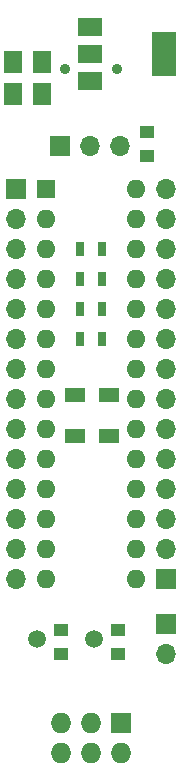
<source format=gbr>
G04 #@! TF.FileFunction,Soldermask,Bot*
%FSLAX46Y46*%
G04 Gerber Fmt 4.6, Leading zero omitted, Abs format (unit mm)*
G04 Created by KiCad (PCBNEW 4.0.2+e4-6225~38~ubuntu15.10.1-stable) date Wed 09 Aug 2017 03:20:26 AM EEST*
%MOMM*%
G01*
G04 APERTURE LIST*
%ADD10C,0.100000*%
%ADD11R,1.727200X1.727200*%
%ADD12O,1.727200X1.727200*%
%ADD13R,1.600000X1.600000*%
%ADD14O,1.600000X1.600000*%
%ADD15R,2.000000X3.800000*%
%ADD16R,2.000000X1.500000*%
%ADD17C,1.500000*%
%ADD18R,1.700000X1.700000*%
%ADD19O,1.700000X1.700000*%
%ADD20C,0.900000*%
%ADD21R,1.250000X1.000000*%
%ADD22R,1.500000X1.950000*%
%ADD23R,1.700000X1.300000*%
%ADD24R,0.700000X1.300000*%
G04 APERTURE END LIST*
D10*
D11*
X78740000Y-116332000D03*
D12*
X78740000Y-118872000D03*
X76200000Y-116332000D03*
X76200000Y-118872000D03*
X73660000Y-116332000D03*
X73660000Y-118872000D03*
D13*
X72390000Y-71120000D03*
D14*
X80010000Y-104140000D03*
X72390000Y-73660000D03*
X80010000Y-101600000D03*
X72390000Y-76200000D03*
X80010000Y-99060000D03*
X72390000Y-78740000D03*
X80010000Y-96520000D03*
X72390000Y-81280000D03*
X80010000Y-93980000D03*
X72390000Y-83820000D03*
X80010000Y-91440000D03*
X72390000Y-86360000D03*
X80010000Y-88900000D03*
X72390000Y-88900000D03*
X80010000Y-86360000D03*
X72390000Y-91440000D03*
X80010000Y-83820000D03*
X72390000Y-93980000D03*
X80010000Y-81280000D03*
X72390000Y-96520000D03*
X80010000Y-78740000D03*
X72390000Y-99060000D03*
X80010000Y-76200000D03*
X72390000Y-101600000D03*
X80010000Y-73660000D03*
X72390000Y-104140000D03*
X80010000Y-71120000D03*
D15*
X82398000Y-59690000D03*
D16*
X76098000Y-59690000D03*
X76098000Y-57390000D03*
X76098000Y-61990000D03*
D17*
X76454000Y-109220000D03*
X71574000Y-109220000D03*
D18*
X73533000Y-67437000D03*
D19*
X76073000Y-67437000D03*
X78613000Y-67437000D03*
D18*
X82550000Y-107950000D03*
D19*
X82550000Y-110490000D03*
D18*
X69850000Y-71120000D03*
D19*
X69850000Y-73660000D03*
X69850000Y-76200000D03*
X69850000Y-78740000D03*
X69850000Y-81280000D03*
X69850000Y-83820000D03*
X69850000Y-86360000D03*
X69850000Y-88900000D03*
X69850000Y-91440000D03*
X69850000Y-93980000D03*
X69850000Y-96520000D03*
X69850000Y-99060000D03*
X69850000Y-101600000D03*
X69850000Y-104140000D03*
D18*
X82550000Y-104140000D03*
D19*
X82550000Y-101600000D03*
X82550000Y-99060000D03*
X82550000Y-96520000D03*
X82550000Y-93980000D03*
X82550000Y-91440000D03*
X82550000Y-88900000D03*
X82550000Y-86360000D03*
X82550000Y-83820000D03*
X82550000Y-81280000D03*
X82550000Y-78740000D03*
X82550000Y-76200000D03*
X82550000Y-73660000D03*
X82550000Y-71120000D03*
D20*
X78400000Y-60906000D03*
X74000000Y-60906000D03*
D21*
X80899000Y-66310000D03*
X80899000Y-68310000D03*
D22*
X69596000Y-60347000D03*
X69596000Y-63097000D03*
X72009000Y-60347000D03*
X72009000Y-63097000D03*
D21*
X78486000Y-108474000D03*
X78486000Y-110474000D03*
X73660000Y-108474000D03*
X73660000Y-110474000D03*
D23*
X74803000Y-88547000D03*
X74803000Y-92047000D03*
X77724000Y-88547000D03*
X77724000Y-92047000D03*
D24*
X75250000Y-81280000D03*
X77150000Y-81280000D03*
X75250000Y-78740000D03*
X77150000Y-78740000D03*
X75250000Y-83820000D03*
X77150000Y-83820000D03*
X77150000Y-76200000D03*
X75250000Y-76200000D03*
M02*

</source>
